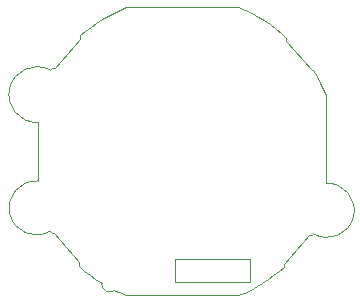
<source format=gm1>
G04 #@! TF.GenerationSoftware,KiCad,Pcbnew,5.1.2-f72e74a~84~ubuntu18.04.1*
G04 #@! TF.CreationDate,2019-05-05T18:20:23+02:00*
G04 #@! TF.ProjectId,f-91w,662d3931-772e-46b6-9963-61645f706362,2*
G04 #@! TF.SameCoordinates,Original*
G04 #@! TF.FileFunction,Profile,NP*
%FSLAX46Y46*%
G04 Gerber Fmt 4.6, Leading zero omitted, Abs format (unit mm)*
G04 Created by KiCad (PCBNEW 5.1.2-f72e74a~84~ubuntu18.04.1) date 2019-05-05 18:20:23*
%MOMM*%
%LPD*%
G04 APERTURE LIST*
%ADD10C,0.100000*%
G04 APERTURE END LIST*
D10*
X46900517Y-90071576D02*
X46734299Y-90241801D01*
X52210352Y-108920457D02*
G75*
G02X51103100Y-108265627I-396052J593857D01*
G01*
X45719088Y-94686081D02*
G75*
G02X46734299Y-90241801I-102388J2361481D01*
G01*
X46724776Y-103902166D02*
G75*
G02X45718299Y-99639801I-1158876J1976366D01*
G01*
X68920426Y-104199223D02*
X69035500Y-104110199D01*
X70100753Y-99831248D02*
G75*
G02X69035501Y-104110199I103147J-2297752D01*
G01*
X57280500Y-106266000D02*
X63655500Y-106266000D01*
X57280500Y-108166000D02*
X57280500Y-106266000D01*
X63655500Y-106266000D02*
X63655500Y-108166000D01*
X63655500Y-108166000D02*
X57280500Y-108166000D01*
X53166177Y-84933148D02*
X52639743Y-85153208D01*
X68682851Y-104199223D02*
X68920426Y-104199223D01*
X66539176Y-106681345D02*
X68682851Y-104199223D01*
X66539176Y-106886396D02*
X66539176Y-106681345D01*
X66103611Y-107256974D02*
X66539176Y-106886396D01*
X65654550Y-107611563D02*
X66103611Y-107256974D01*
X65191689Y-107948548D02*
X65654550Y-107611563D01*
X64714722Y-108266316D02*
X65191689Y-107948548D01*
X52209807Y-108919861D02*
X52593407Y-109085232D01*
X50563913Y-107949166D02*
X51103100Y-108265627D01*
X50093638Y-107612241D02*
X50563913Y-107949166D01*
X49639241Y-107255546D02*
X50093638Y-107612241D01*
X66308789Y-87139031D02*
X65841065Y-86756267D01*
X66760204Y-87540396D02*
X66308789Y-87139031D01*
X66760204Y-87787340D02*
X66760204Y-87540396D01*
X68903329Y-90270012D02*
X66760204Y-87787340D01*
X69042236Y-90270012D02*
X68903329Y-90270012D01*
X69343844Y-90782658D02*
X69042236Y-90270012D01*
X69624711Y-91308666D02*
X69343844Y-90782658D01*
X69882092Y-91848789D02*
X69624711Y-91308666D01*
X70113246Y-92403768D02*
X69882092Y-91848789D01*
X70102375Y-99831175D02*
X70113246Y-92403768D01*
X64223348Y-108563245D02*
X64714722Y-108266316D01*
X63717258Y-108837720D02*
X64223348Y-108563245D01*
X63196149Y-109088127D02*
X63717258Y-108837720D01*
X62659721Y-109312847D02*
X63196149Y-109088127D01*
X53135271Y-109312847D02*
X62659721Y-109312847D01*
X52593407Y-109085232D02*
X53135271Y-109312847D01*
X45718230Y-94686119D02*
X45718299Y-99639801D01*
X49296095Y-87589454D02*
X47152423Y-90071576D01*
X49296095Y-87296206D02*
X49296095Y-87589454D01*
X47152423Y-90071576D02*
X46900517Y-90071576D01*
X51128073Y-85945885D02*
X50649029Y-86252870D01*
X62691682Y-84933148D02*
X53166132Y-84933148D01*
X63257467Y-85173243D02*
X62691682Y-84933148D01*
X63806884Y-85440815D02*
X63257467Y-85173243D01*
X64339942Y-85734380D02*
X63806884Y-85440815D01*
X64856651Y-86052464D02*
X64339942Y-85734380D01*
X65357020Y-86393586D02*
X64856651Y-86052464D01*
X65841065Y-86756267D02*
X65357020Y-86393586D01*
X49201249Y-106879781D02*
X49639241Y-107255546D01*
X49201249Y-106540784D02*
X49201249Y-106879781D01*
X47058126Y-104058662D02*
X49201249Y-106540784D01*
X46885596Y-104058662D02*
X47058126Y-104058662D01*
X46723303Y-103903029D02*
X46885596Y-104058662D01*
X52124120Y-85395634D02*
X51620000Y-85660000D01*
X52639743Y-85153208D02*
X52124120Y-85395634D01*
X49732348Y-86928453D02*
X49296095Y-87296206D01*
X50183557Y-86580533D02*
X49732348Y-86928453D01*
X50649029Y-86252870D02*
X50183557Y-86580533D01*
X51620000Y-85660000D02*
X51128073Y-85945885D01*
M02*

</source>
